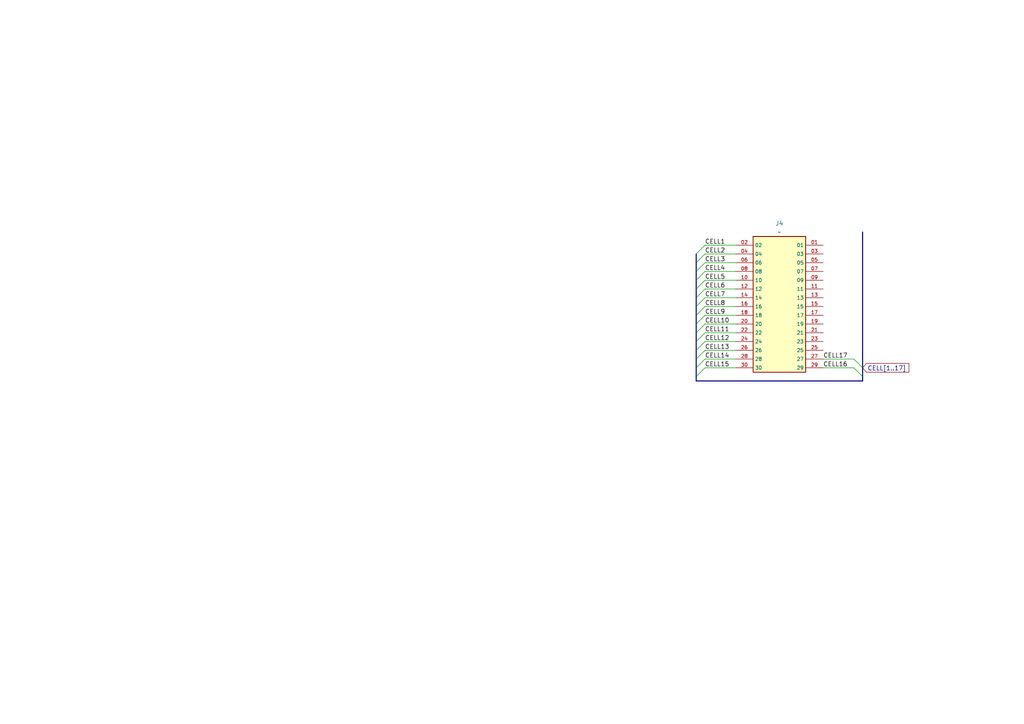
<source format=kicad_sch>
(kicad_sch (version 20231120) (generator "eeschema") (generator_version "8.0")
  (paper "A4")
  (lib_symbols
    (symbol "formula:Samtec_30_pin"
      (property "Reference" "J" (at 0 0 0))
      (symbol "Samtec_30_pin_0_0"
        (rectangle (start -8.89 63.5) (end 6.35 24.13) (stroke (width 0.254)) (fill (type background)))
        (pin passive line (at 11.43 60.96 180) (length 5.08) (name "01") (number "01"))
        (pin passive line (at 11.43 58.42 180) (length 5.08) (name "03") (number "03"))
        (pin passive line (at -13.97 58.42 0) (length 5.08) (name "04") (number "04"))
        (pin passive line (at 11.43 55.88 180) (length 5.08) (name "05") (number "05"))
        (pin passive line (at -13.97 55.88 0) (length 5.08) (name "06") (number "06"))
        (pin passive line (at 11.43 53.34 180) (length 5.08) (name "07") (number "07"))
        (pin passive line (at -13.97 53.34 0) (length 5.08) (name "08") (number "08"))
        (pin passive line (at 11.43 50.8 180) (length 5.08) (name "09") (number "09"))
        (pin passive line (at -13.97 50.8 0) (length 5.08) (name "10") (number "10"))
        (pin passive line (at 11.43 48.26 180) (length 5.08) (name "11") (number "11"))
        (pin passive line (at -13.97 48.26 0) (length 5.08) (name "12") (number "12"))
        (pin passive line (at 11.43 45.72 180) (length 5.08) (name "13") (number "13"))
        (pin passive line (at -13.97 45.72 0) (length 5.08) (name "14") (number "14"))
        (pin passive line (at 11.43 43.18 180) (length 5.08) (name "15") (number "15"))
        (pin passive line (at -13.97 43.18 0) (length 5.08) (name "16") (number "16"))
        (pin passive line (at 11.43 40.64 180) (length 5.08) (name "17") (number "17"))
        (pin passive line (at -13.97 40.64 0) (length 5.08) (name "18") (number "18"))
        (pin passive line (at 11.43 38.1 180) (length 5.08) (name "19") (number "19"))
        (pin passive line (at -13.97 38.1 0) (length 5.08) (name "20") (number "20"))
        (pin passive line (at 11.43 35.56 180) (length 5.08) (name "21") (number "21"))
        (pin passive line (at -13.97 35.56 0) (length 5.08) (name "22") (number "22"))
        (pin passive line (at 11.43 33.02 180) (length 5.08) (name "23") (number "23"))
        (pin passive line (at -13.97 33.02 0) (length 5.08) (name "24") (number "24"))
        (pin passive line (at 11.43 30.48 180) (length 5.08) (name "25") (number "25"))
        (pin passive line (at -13.97 30.48 0) (length 5.08) (name "26") (number "26"))
        (pin passive line (at 11.43 27.94 180) (length 5.08) (name "27") (number "27"))
        (pin passive line (at -13.97 27.94 0) (length 5.08) (name "28") (number "28"))
        (pin passive line (at 11.43 25.4 180) (length 5.08) (name "29") (number "29"))
        (pin passive line (at -13.97 25.4 0) (length 5.08) (name "30") (number "30"))
      )
      (symbol "Samtec_30_pin_1_0"
        (pin passive line (at -13.97 60.96 0) (length 5.08) (name "02") (number "02"))
      )
    )
  )
  (bus_entry (at 201.93 76.2) (size 2.54 -2.54))
  (bus_entry (at 201.93 93.98) (size 2.54 -2.54))
  (bus_entry (at 201.93 78.74) (size 2.54 -2.54))
  (bus_entry (at 201.93 86.36) (size 2.54 -2.54))
  (bus_entry (at 201.93 83.82) (size 2.54 -2.54))
  (bus_entry (at 201.93 104.14) (size 2.54 -2.54))
  (bus_entry (at 201.93 109.22) (size 2.54 -2.54))
  (bus_entry (at 201.93 101.6) (size 2.54 -2.54))
  (bus_entry (at 201.93 88.9) (size 2.54 -2.54))
  (bus_entry (at 250.19 106.68) (size -2.54 -2.54))
  (bus_entry (at 201.93 91.44) (size 2.54 -2.54))
  (bus_entry (at 201.93 99.06) (size 2.54 -2.54))
  (bus_entry (at 201.93 81.28) (size 2.54 -2.54))
  (bus_entry (at 250.19 109.22) (size -2.54 -2.54))
  (bus_entry (at 201.93 106.68) (size 2.54 -2.54))
  (bus_entry (at 201.93 73.66) (size 2.54 -2.54))
  (bus_entry (at 201.93 96.52) (size 2.54 -2.54))
  (bus (pts (xy 201.93 78.74) (xy 201.93 81.28)))
  (bus (pts (xy 201.93 110.49) (xy 250.19 110.49)))
  (bus (pts (xy 201.93 104.14) (xy 201.93 106.68)))
  (bus (pts (xy 201.93 109.22) (xy 201.93 110.49)))
  (wire (pts (xy 204.47 83.82) (xy 213.36 83.82)))
  (wire (pts (xy 204.47 73.66) (xy 213.36 73.66)))
  (bus (pts (xy 250.19 67.31) (xy 250.19 106.68)))
  (wire (pts (xy 204.47 101.6) (xy 213.36 101.6)))
  (bus (pts (xy 201.93 81.28) (xy 201.93 83.82)))
  (bus (pts (xy 201.93 99.06) (xy 201.93 101.6)))
  (wire (pts (xy 204.47 91.44) (xy 213.36 91.44)))
  (wire (pts (xy 204.47 104.14) (xy 213.36 104.14)))
  (wire (pts (xy 204.47 86.36) (xy 213.36 86.36)))
  (bus (pts (xy 201.93 91.44) (xy 201.93 93.98)))
  (wire (pts (xy 204.47 88.9) (xy 213.36 88.9)))
  (wire (pts (xy 204.47 99.06) (xy 213.36 99.06)))
  (wire (pts (xy 247.65 104.14) (xy 238.76 104.14)))
  (bus (pts (xy 201.93 106.68) (xy 201.93 109.22)))
  (bus (pts (xy 250.19 109.22) (xy 250.19 110.49)))
  (bus (pts (xy 201.93 83.82) (xy 201.93 86.36)))
  (bus (pts (xy 250.19 106.68) (xy 250.19 109.22)))
  (bus (pts (xy 201.93 88.9) (xy 201.93 91.44)))
  (wire (pts (xy 204.47 76.2) (xy 213.36 76.2)))
  (bus (pts (xy 201.93 101.6) (xy 201.93 104.14)))
  (bus (pts (xy 201.93 93.98) (xy 201.93 96.52)))
  (wire (pts (xy 238.76 106.68) (xy 247.65 106.68)))
  (bus (pts (xy 201.93 73.66) (xy 201.93 76.2)))
  (bus (pts (xy 201.93 96.52) (xy 201.93 99.06)))
  (wire (pts (xy 204.47 81.28) (xy 213.36 81.28)))
  (bus (pts (xy 201.93 86.36) (xy 201.93 88.9)))
  (bus (pts (xy 201.93 76.2) (xy 201.93 78.74)))
  (wire (pts (xy 204.47 96.52) (xy 213.36 96.52)))
  (wire (pts (xy 204.47 71.12) (xy 213.36 71.12)))
  (wire (pts (xy 204.47 106.68) (xy 213.36 106.68)))
  (wire (pts (xy 204.47 93.98) (xy 213.36 93.98)))
  (wire (pts (xy 204.47 78.74) (xy 213.36 78.74)))
  (label "CELL6" (at 204.47 83.82 0))
  (label "CELL15" (at 204.47 106.68 0))
  (label "CELL4" (at 204.47 78.74 0))
  (label "CELL11" (at 204.47 96.52 0))
  (label "CELL8" (at 204.47 88.9 0))
  (label "CELL5" (at 204.47 81.28 0))
  (label "CELL3" (at 204.47 76.2 0))
  (label "CELL16" (at 238.76 106.68 0))
  (label "CELL12" (at 204.47 99.06 0))
  (label "CELL9" (at 204.47 91.44 0))
  (label "CELL7" (at 204.47 86.36 0))
  (label "CELL2" (at 204.47 73.66 0))
  (label "CELL14" (at 204.47 104.14 0))
  (label "CELL10" (at 204.47 93.98 0))
  (label "CELL13" (at 204.47 101.6 0))
  (label "CELL17" (at 238.76 104.14 0))
  (label "CELL1" (at 204.47 71.12 0))
  (global_label "CELL[1..17]" (shape input) (at 250.19 106.68 0) (property "Intersheetrefs" "${INTERSHEET_REFS}" (effects (hide yes))))
  (symbol (lib_id "formula:Samtec_30_pin") (at 227.33 132.08 0) (unit 1)
    (property "Reference" "J4" (at 226.06 64.77 0))
    (property "Value" "~" (at 226.06 67.31 0))
    (property "Footprint" "oem:Samtec 20" (effects (hide yes)))
  )
)
</source>
